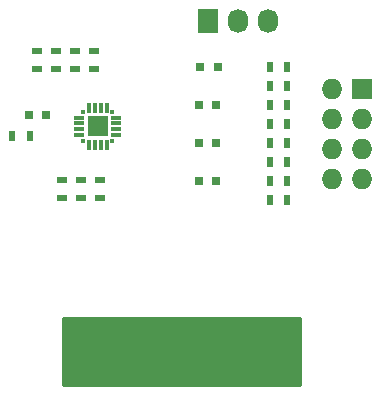
<source format=gbr>
G04 #@! TF.FileFunction,Soldermask,Top*
%FSLAX46Y46*%
G04 Gerber Fmt 4.6, Leading zero omitted, Abs format (unit mm)*
G04 Created by KiCad (PCBNEW 4.0.2+e4-6225~38~ubuntu14.04.1-stable) date Fri 29 Jul 2016 09:52:58 PM PDT*
%MOMM*%
G01*
G04 APERTURE LIST*
%ADD10C,0.100000*%
%ADD11R,0.650240X3.599180*%
%ADD12R,0.650240X4.599940*%
%ADD13O,0.650240X0.650240*%
%ADD14R,0.800000X0.750000*%
%ADD15R,1.727200X2.032000*%
%ADD16O,1.727200X2.032000*%
%ADD17R,1.727200X1.727200*%
%ADD18O,1.727200X1.727200*%
%ADD19R,0.900000X0.500000*%
%ADD20R,0.500000X0.900000*%
%ADD21R,0.350000X0.350000*%
%ADD22R,0.900000X0.300000*%
%ADD23R,0.300000X0.900000*%
%ADD24R,1.800000X1.800000*%
%ADD25C,0.600000*%
%ADD26C,0.254000*%
G04 APERTURE END LIST*
D10*
D11*
X159499600Y-99499620D03*
D12*
X158498840Y-100000000D03*
X157500620Y-100000000D03*
X156499860Y-100000000D03*
X155499100Y-100000000D03*
X154500880Y-100000000D03*
X153500120Y-100000000D03*
X152499360Y-100000000D03*
X151501140Y-100000000D03*
X150500380Y-100000000D03*
X149499620Y-100000000D03*
X144500900Y-100000000D03*
X143500140Y-100000000D03*
X142499380Y-100000000D03*
X141501160Y-100000000D03*
X140500400Y-100000000D03*
X146499880Y-100000000D03*
X145499120Y-100000000D03*
D13*
X156499860Y-102301240D03*
X155499100Y-102301240D03*
X154500880Y-102301240D03*
X153500120Y-102301240D03*
X152499360Y-102301240D03*
X151501140Y-102301240D03*
X150500380Y-102301240D03*
X144500900Y-102301240D03*
X143500140Y-102301240D03*
X157500620Y-102301240D03*
X145499120Y-102301240D03*
X142499380Y-102301240D03*
X149499620Y-102301240D03*
X146499880Y-102301240D03*
X141501160Y-102301240D03*
X140500400Y-102301240D03*
X158498840Y-102301240D03*
D14*
X138550000Y-80400000D03*
X137050000Y-80400000D03*
X153050000Y-76400000D03*
X151550000Y-76400000D03*
X152950000Y-79600000D03*
X151450000Y-79600000D03*
X152950000Y-82800000D03*
X151450000Y-82800000D03*
X152950000Y-86000000D03*
X151450000Y-86000000D03*
D15*
X152260000Y-72500000D03*
D16*
X154800000Y-72500000D03*
X157340000Y-72500000D03*
D17*
X165270000Y-78190000D03*
D18*
X162730000Y-78190000D03*
X165270000Y-80730000D03*
X162730000Y-80730000D03*
X165270000Y-83270000D03*
X162730000Y-83270000D03*
X165270000Y-85810000D03*
X162730000Y-85810000D03*
D19*
X141500000Y-87450000D03*
X141500000Y-85950000D03*
X143100000Y-87450000D03*
X143100000Y-85950000D03*
D20*
X135650000Y-82200000D03*
X137150000Y-82200000D03*
D19*
X139900000Y-87450000D03*
X139900000Y-85950000D03*
X137800000Y-75050000D03*
X137800000Y-76550000D03*
X139400000Y-75050000D03*
X139400000Y-76550000D03*
X141000000Y-75050000D03*
X141000000Y-76550000D03*
X142600000Y-75050000D03*
X142600000Y-76550000D03*
D20*
X158950000Y-76400000D03*
X157450000Y-76400000D03*
X158950000Y-79600000D03*
X157450000Y-79600000D03*
X158950000Y-82800000D03*
X157450000Y-82800000D03*
X158950000Y-86000000D03*
X157450000Y-86000000D03*
X157450000Y-78000000D03*
X158950000Y-78000000D03*
X157450000Y-81200000D03*
X158950000Y-81200000D03*
X157450000Y-84400000D03*
X158950000Y-84400000D03*
X157450000Y-87600000D03*
X158950000Y-87600000D03*
D21*
X141650000Y-80150000D03*
D22*
X141350000Y-80650000D03*
X141350000Y-81150000D03*
X141350000Y-81650000D03*
X141350000Y-82150000D03*
D21*
X141650000Y-82650000D03*
D23*
X142150000Y-82950000D03*
X142650000Y-82950000D03*
X143150000Y-82950000D03*
X143650000Y-82950000D03*
D21*
X144150000Y-82650000D03*
D22*
X144450000Y-82150000D03*
X144450000Y-81650000D03*
X144450000Y-81150000D03*
X144450000Y-80650000D03*
D21*
X144150000Y-80150000D03*
D23*
X143650000Y-79850000D03*
X143150000Y-79850000D03*
X142650000Y-79850000D03*
X142150000Y-79850000D03*
D24*
X142900000Y-81400000D03*
D25*
X142400000Y-80900000D03*
X143400000Y-81900000D03*
D26*
G36*
X160023000Y-103298000D02*
X139977000Y-103298000D01*
X139977000Y-97602000D01*
X160023000Y-97602000D01*
X160023000Y-103298000D01*
X160023000Y-103298000D01*
G37*
X160023000Y-103298000D02*
X139977000Y-103298000D01*
X139977000Y-97602000D01*
X160023000Y-97602000D01*
X160023000Y-103298000D01*
M02*

</source>
